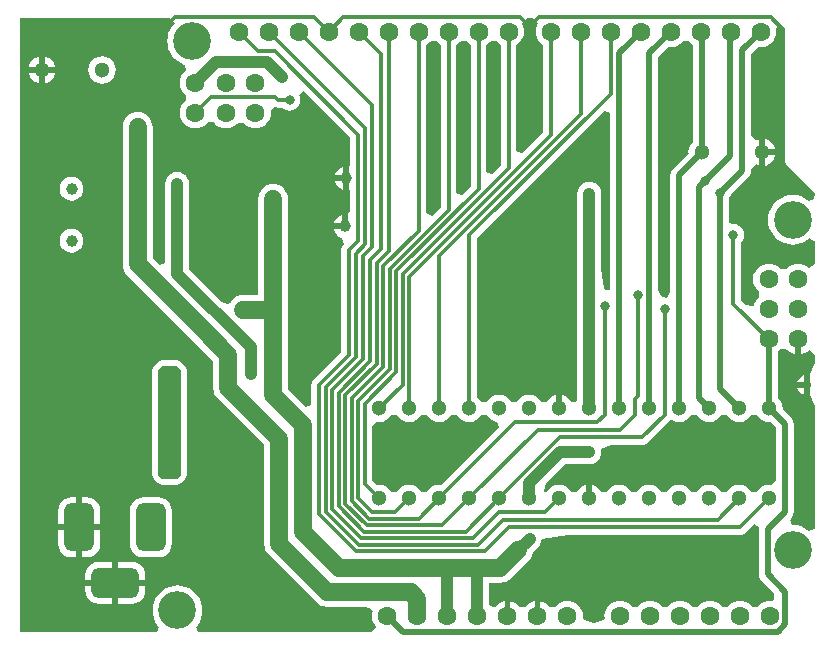
<source format=gbl>
%FSTAX43Y43*%
%MOMM*%
G71*
G01*
G75*
G04 Layer_Physical_Order=2*
G04 Layer_Color=255*
G04:AMPARAMS|DCode=10|XSize=0.9mm|YSize=0.8mm|CornerRadius=0.2mm|HoleSize=0mm|Usage=FLASHONLY|Rotation=90.000|XOffset=0mm|YOffset=0mm|HoleType=Round|Shape=RoundedRectangle|*
%AMROUNDEDRECTD10*
21,1,0.900,0.400,0,0,90.0*
21,1,0.500,0.800,0,0,90.0*
1,1,0.400,0.200,0.250*
1,1,0.400,0.200,-0.250*
1,1,0.400,-0.200,-0.250*
1,1,0.400,-0.200,0.250*
%
%ADD10ROUNDEDRECTD10*%
G04:AMPARAMS|DCode=11|XSize=4.3mm|YSize=1.9mm|CornerRadius=0.475mm|HoleSize=0mm|Usage=FLASHONLY|Rotation=270.000|XOffset=0mm|YOffset=0mm|HoleType=Round|Shape=RoundedRectangle|*
%AMROUNDEDRECTD11*
21,1,4.300,0.950,0,0,270.0*
21,1,3.350,1.900,0,0,270.0*
1,1,0.950,-0.475,-1.675*
1,1,0.950,-0.475,1.675*
1,1,0.950,0.475,1.675*
1,1,0.950,0.475,-1.675*
%
%ADD11ROUNDEDRECTD11*%
G04:AMPARAMS|DCode=12|XSize=1.5mm|YSize=1.25mm|CornerRadius=0.313mm|HoleSize=0mm|Usage=FLASHONLY|Rotation=0.000|XOffset=0mm|YOffset=0mm|HoleType=Round|Shape=RoundedRectangle|*
%AMROUNDEDRECTD12*
21,1,1.500,0.625,0,0,0.0*
21,1,0.875,1.250,0,0,0.0*
1,1,0.625,0.438,-0.313*
1,1,0.625,-0.438,-0.313*
1,1,0.625,-0.438,0.313*
1,1,0.625,0.438,0.313*
%
%ADD12ROUNDEDRECTD12*%
G04:AMPARAMS|DCode=13|XSize=0.9mm|YSize=0.8mm|CornerRadius=0.2mm|HoleSize=0mm|Usage=FLASHONLY|Rotation=180.000|XOffset=0mm|YOffset=0mm|HoleType=Round|Shape=RoundedRectangle|*
%AMROUNDEDRECTD13*
21,1,0.900,0.400,0,0,180.0*
21,1,0.500,0.800,0,0,180.0*
1,1,0.400,-0.250,0.200*
1,1,0.400,0.250,0.200*
1,1,0.400,0.250,-0.200*
1,1,0.400,-0.250,-0.200*
%
%ADD13ROUNDEDRECTD13*%
G04:AMPARAMS|DCode=14|XSize=1.5mm|YSize=1.25mm|CornerRadius=0.313mm|HoleSize=0mm|Usage=FLASHONLY|Rotation=90.000|XOffset=0mm|YOffset=0mm|HoleType=Round|Shape=RoundedRectangle|*
%AMROUNDEDRECTD14*
21,1,1.500,0.625,0,0,90.0*
21,1,0.875,1.250,0,0,90.0*
1,1,0.625,0.313,0.438*
1,1,0.625,0.313,-0.438*
1,1,0.625,-0.313,-0.438*
1,1,0.625,-0.313,0.438*
%
%ADD14ROUNDEDRECTD14*%
G04:AMPARAMS|DCode=15|XSize=2.65mm|YSize=1.75mm|CornerRadius=0.438mm|HoleSize=0mm|Usage=FLASHONLY|Rotation=90.000|XOffset=0mm|YOffset=0mm|HoleType=Round|Shape=RoundedRectangle|*
%AMROUNDEDRECTD15*
21,1,2.650,0.875,0,0,90.0*
21,1,1.775,1.750,0,0,90.0*
1,1,0.875,0.438,0.887*
1,1,0.875,0.438,-0.887*
1,1,0.875,-0.438,-0.887*
1,1,0.875,-0.438,0.887*
%
%ADD15ROUNDEDRECTD15*%
G04:AMPARAMS|DCode=16|XSize=3.28mm|YSize=1.5mm|CornerRadius=0.375mm|HoleSize=0mm|Usage=FLASHONLY|Rotation=270.000|XOffset=0mm|YOffset=0mm|HoleType=Round|Shape=RoundedRectangle|*
%AMROUNDEDRECTD16*
21,1,3.280,0.750,0,0,270.0*
21,1,2.530,1.500,0,0,270.0*
1,1,0.750,-0.375,-1.265*
1,1,0.750,-0.375,1.265*
1,1,0.750,0.375,1.265*
1,1,0.750,0.375,-1.265*
%
%ADD16ROUNDEDRECTD16*%
G04:AMPARAMS|DCode=17|XSize=1mm|YSize=1.5mm|CornerRadius=0.25mm|HoleSize=0mm|Usage=FLASHONLY|Rotation=270.000|XOffset=0mm|YOffset=0mm|HoleType=Round|Shape=RoundedRectangle|*
%AMROUNDEDRECTD17*
21,1,1.000,1.000,0,0,270.0*
21,1,0.500,1.500,0,0,270.0*
1,1,0.500,-0.500,-0.250*
1,1,0.500,-0.500,0.250*
1,1,0.500,0.500,0.250*
1,1,0.500,0.500,-0.250*
%
%ADD17ROUNDEDRECTD17*%
G04:AMPARAMS|DCode=18|XSize=1.3mm|YSize=1mm|CornerRadius=0.25mm|HoleSize=0mm|Usage=FLASHONLY|Rotation=270.000|XOffset=0mm|YOffset=0mm|HoleType=Round|Shape=RoundedRectangle|*
%AMROUNDEDRECTD18*
21,1,1.300,0.500,0,0,270.0*
21,1,0.800,1.000,0,0,270.0*
1,1,0.500,-0.250,-0.400*
1,1,0.500,-0.250,0.400*
1,1,0.500,0.250,0.400*
1,1,0.500,0.250,-0.400*
%
%ADD18ROUNDEDRECTD18*%
G04:AMPARAMS|DCode=19|XSize=1.5mm|YSize=1.3mm|CornerRadius=0.325mm|HoleSize=0mm|Usage=FLASHONLY|Rotation=90.000|XOffset=0mm|YOffset=0mm|HoleType=Round|Shape=RoundedRectangle|*
%AMROUNDEDRECTD19*
21,1,1.500,0.650,0,0,90.0*
21,1,0.850,1.300,0,0,90.0*
1,1,0.650,0.325,0.425*
1,1,0.650,0.325,-0.425*
1,1,0.650,-0.325,-0.425*
1,1,0.650,-0.325,0.425*
%
%ADD19ROUNDEDRECTD19*%
G04:AMPARAMS|DCode=20|XSize=0.8mm|YSize=1mm|CornerRadius=0.2mm|HoleSize=0mm|Usage=FLASHONLY|Rotation=180.000|XOffset=0mm|YOffset=0mm|HoleType=Round|Shape=RoundedRectangle|*
%AMROUNDEDRECTD20*
21,1,0.800,0.600,0,0,180.0*
21,1,0.400,1.000,0,0,180.0*
1,1,0.400,-0.200,0.300*
1,1,0.400,0.200,0.300*
1,1,0.400,0.200,-0.300*
1,1,0.400,-0.200,-0.300*
%
%ADD20ROUNDEDRECTD20*%
%ADD21O,0.400X2.100*%
G04:AMPARAMS|DCode=22|XSize=1.6mm|YSize=0.4mm|CornerRadius=0.1mm|HoleSize=0mm|Usage=FLASHONLY|Rotation=270.000|XOffset=0mm|YOffset=0mm|HoleType=Round|Shape=RoundedRectangle|*
%AMROUNDEDRECTD22*
21,1,1.600,0.200,0,0,270.0*
21,1,1.400,0.400,0,0,270.0*
1,1,0.200,-0.100,-0.700*
1,1,0.200,-0.100,0.700*
1,1,0.200,0.100,0.700*
1,1,0.200,0.100,-0.700*
%
%ADD22ROUNDEDRECTD22*%
G04:AMPARAMS|DCode=23|XSize=2.5mm|YSize=2mm|CornerRadius=0.5mm|HoleSize=0mm|Usage=FLASHONLY|Rotation=180.000|XOffset=0mm|YOffset=0mm|HoleType=Round|Shape=RoundedRectangle|*
%AMROUNDEDRECTD23*
21,1,2.500,1.000,0,0,180.0*
21,1,1.500,2.000,0,0,180.0*
1,1,1.000,-0.750,0.500*
1,1,1.000,0.750,0.500*
1,1,1.000,0.750,-0.500*
1,1,1.000,-0.750,-0.500*
%
%ADD23ROUNDEDRECTD23*%
%ADD24O,2.250X0.500*%
G04:AMPARAMS|DCode=25|XSize=1.5mm|YSize=1mm|CornerRadius=0.25mm|HoleSize=0mm|Usage=FLASHONLY|Rotation=90.000|XOffset=0mm|YOffset=0mm|HoleType=Round|Shape=RoundedRectangle|*
%AMROUNDEDRECTD25*
21,1,1.500,0.500,0,0,90.0*
21,1,1.000,1.000,0,0,90.0*
1,1,0.500,0.250,0.500*
1,1,0.500,0.250,-0.500*
1,1,0.500,-0.250,-0.500*
1,1,0.500,-0.250,0.500*
%
%ADD25ROUNDEDRECTD25*%
%ADD26C,0.300*%
%ADD27C,0.400*%
%ADD28C,0.500*%
%ADD29C,1.000*%
%ADD30C,1.500*%
%ADD31C,0.800*%
%ADD32C,0.700*%
%ADD33C,1.000*%
%ADD34C,1.300*%
%ADD35C,1.600*%
G04:AMPARAMS|DCode=36|XSize=2.54mm|YSize=4.064mm|CornerRadius=0.635mm|HoleSize=0mm|Usage=FLASHONLY|Rotation=0.000|XOffset=0mm|YOffset=0mm|HoleType=Round|Shape=RoundedRectangle|*
%AMROUNDEDRECTD36*
21,1,2.540,2.794,0,0,0.0*
21,1,1.270,4.064,0,0,0.0*
1,1,1.270,0.635,-1.397*
1,1,1.270,-0.635,-1.397*
1,1,1.270,-0.635,1.397*
1,1,1.270,0.635,1.397*
%
%ADD36ROUNDEDRECTD36*%
G04:AMPARAMS|DCode=37|XSize=4.064mm|YSize=2.54mm|CornerRadius=0.635mm|HoleSize=0mm|Usage=FLASHONLY|Rotation=0.000|XOffset=0mm|YOffset=0mm|HoleType=Round|Shape=RoundedRectangle|*
%AMROUNDEDRECTD37*
21,1,4.064,1.270,0,0,0.0*
21,1,2.794,2.540,0,0,0.0*
1,1,1.270,1.397,-0.635*
1,1,1.270,-1.397,-0.635*
1,1,1.270,-1.397,0.635*
1,1,1.270,1.397,0.635*
%
%ADD37ROUNDEDRECTD37*%
%ADD38C,0.700*%
%ADD39C,0.800*%
%ADD40C,3.200*%
G36*
X0074136Y0088676D02*
X0074334Y0088514D01*
X0074404Y0088476D01*
Y0074776D01*
X0073638Y0074009D01*
X0073176Y00742D01*
Y0088476D01*
X0073246Y0088514D01*
X0073444Y0088676D01*
X007354Y0088794D01*
X007404D01*
X0074136Y0088676D01*
D02*
G37*
G36*
X0088744Y0082718D02*
Y0067822D01*
X0088694Y0067704D01*
X0088315Y0067754D01*
X008818Y0067907D01*
X0087969Y0069516D01*
Y0075882D01*
X0087934Y0076144D01*
X0087833Y0076387D01*
X0087673Y0076596D01*
X0087464Y0076756D01*
X0087221Y0076857D01*
X008696Y0076891D01*
X0086699Y0076857D01*
X0086456Y0076756D01*
X0086247Y0076596D01*
X0086087Y0076387D01*
X0085986Y0076144D01*
X0085951Y0075882D01*
Y0058289D01*
X0085716Y0058243D01*
X008544D01*
X0085425Y005828D01*
X008524Y005852D01*
X0085Y0058705D01*
X008472Y005882D01*
X008467Y0058827D01*
Y00577D01*
X008417D01*
Y0058827D01*
X008412Y005882D01*
X008384Y0058705D01*
X00836Y005852D01*
X0083415Y005828D01*
X00834Y0058243D01*
X00829D01*
X0082885Y005828D01*
X00827Y005852D01*
X008246Y0058705D01*
X008218Y005882D01*
X008188Y005886D01*
X008158Y005882D01*
X00813Y0058705D01*
X008106Y005852D01*
X0080875Y005828D01*
X008086Y0058243D01*
X008036D01*
X0080345Y005828D01*
X008016Y005852D01*
X007992Y0058705D01*
X007964Y005882D01*
X007934Y005886D01*
X007904Y005882D01*
X007876Y0058705D01*
X007852Y005852D01*
X0078335Y005828D01*
X007832Y0058243D01*
X007782D01*
X0077805Y005828D01*
X007762Y005852D01*
X0077456Y0058646D01*
Y0072083D01*
X0088282Y0082909D01*
X0088744Y0082718D01*
D02*
G37*
G36*
X0079216Y0088676D02*
X0079414Y0088514D01*
X0079484Y0088476D01*
Y00783D01*
X0078718Y0077533D01*
X0078256Y0077725D01*
Y0088476D01*
X0078326Y0088514D01*
X0078524Y0088676D01*
X007862Y0088794D01*
X007912D01*
X0079216Y0088676D01*
D02*
G37*
G36*
X0076676D02*
X0076874Y0088514D01*
X0076944Y0088476D01*
Y0076538D01*
X0076178Y0075771D01*
X0075716Y0075962D01*
Y0088476D01*
X0075786Y0088514D01*
X0075984Y0088676D01*
X007608Y0088794D01*
X007658D01*
X0076676Y0088676D01*
D02*
G37*
G36*
X01049Y0062278D02*
X0104905Y0062279D01*
X010515Y0062353D01*
X0105376Y0062474D01*
X0105574Y0062636D01*
X0106044Y006225D01*
Y0061514D01*
X010566Y0060586D01*
Y005969D01*
Y0058794D01*
X0106044Y0057866D01*
Y0047513D01*
X0106021Y0047493D01*
X010559Y0047294D01*
X0105438Y0047424D01*
X0105156Y0047597D01*
X0104851Y0047723D01*
X010453Y0047801D01*
X01042Y0047826D01*
X0104167Y0047824D01*
X0103958Y0048278D01*
X010404Y004836D01*
X010404Y004836D01*
X010416Y0048517D01*
X0104236Y0048699D01*
X0104261Y0048895D01*
Y0056395D01*
X0104261Y0056395D01*
X0104236Y0056591D01*
X010416Y0056773D01*
X010404Y005693D01*
X010404Y005693D01*
X0103349Y005762D01*
X010336Y00577D01*
X010332Y0058D01*
X0103205Y005828D01*
X010302Y005852D01*
X0102956Y0058569D01*
Y006254D01*
X0103074Y0062636D01*
X010315Y0062729D01*
X010365D01*
X0103726Y0062636D01*
X0103924Y0062474D01*
X010415Y0062353D01*
X0104395Y0062279D01*
X01044Y0062278D01*
Y006356D01*
X01049D01*
Y0062278D01*
D02*
G37*
G36*
X0078335Y005712D02*
X007852Y005688D01*
X007876Y0056695D01*
X007904Y005658D01*
X007918Y0056561D01*
X0079341Y0056088D01*
X0074466Y0051213D01*
X007426Y005124D01*
X007396Y00512D01*
X007368Y0051085D01*
X007344Y00509D01*
X0073255Y005066D01*
X007324Y0050623D01*
X007274D01*
X0072725Y005066D01*
X007254Y00509D01*
X00723Y0051085D01*
X007202Y00512D01*
X007172Y005124D01*
X007142Y00512D01*
X007114Y0051085D01*
X00709Y00509D01*
X0070715Y005066D01*
X00707Y0050623D01*
X00702D01*
X0070185Y005066D01*
X007Y00509D01*
X006976Y0051085D01*
X006948Y00512D01*
X006918Y005124D01*
X0068974Y0051213D01*
X0068601Y0051587D01*
Y0056237D01*
X0068977Y0056567D01*
X006918Y005654D01*
X006948Y005658D01*
X006976Y0056695D01*
X007Y005688D01*
X0070185Y005712D01*
X00702Y0057157D01*
X00707D01*
X0070715Y005712D01*
X00709Y005688D01*
X007114Y0056695D01*
X007142Y005658D01*
X007172Y005654D01*
X007202Y005658D01*
X00723Y0056695D01*
X007254Y005688D01*
X0072725Y005712D01*
X007274Y0057157D01*
X007324D01*
X0073255Y005712D01*
X007344Y005688D01*
X007368Y0056695D01*
X007396Y005658D01*
X007426Y005654D01*
X007456Y005658D01*
X007484Y0056695D01*
X007508Y005688D01*
X0075265Y005712D01*
X007528Y0057157D01*
X007578D01*
X0075795Y005712D01*
X007598Y005688D01*
X007622Y0056695D01*
X00765Y005658D01*
X00768Y005654D01*
X00771Y005658D01*
X007738Y0056695D01*
X007762Y005688D01*
X0077805Y005712D01*
X007782Y0057157D01*
X007832D01*
X0078335Y005712D01*
D02*
G37*
G36*
X0101364Y0047648D02*
X0101344Y004749D01*
Y0043632D01*
X0101344Y0043632D01*
X0101344D01*
X0101369Y0043437D01*
X0101445Y0043254D01*
X0101565Y0043098D01*
X0102613Y004205D01*
X0102601Y004155D01*
X0102423Y0041389D01*
X010225Y0041406D01*
X0101995Y0041381D01*
X010175Y0041307D01*
X0101524Y0041186D01*
X0101326Y0041024D01*
X010123Y0040906D01*
X010073D01*
X0100634Y0041024D01*
X0100436Y0041186D01*
X010021Y0041307D01*
X0099965Y0041381D01*
X009971Y0041406D01*
X0099455Y0041381D01*
X009921Y0041307D01*
X0098984Y0041186D01*
X0098786Y0041024D01*
X009869Y0040906D01*
X009819D01*
X0098094Y0041024D01*
X0097896Y0041186D01*
X009767Y0041307D01*
X0097425Y0041381D01*
X009717Y0041406D01*
X0096915Y0041381D01*
X009667Y0041307D01*
X0096444Y0041186D01*
X0096246Y0041024D01*
X009615Y0040906D01*
X009565D01*
X0095554Y0041024D01*
X0095356Y0041186D01*
X009513Y0041307D01*
X0094885Y0041381D01*
X009463Y0041406D01*
X0094375Y0041381D01*
X009413Y0041307D01*
X0093904Y0041186D01*
X0093706Y0041024D01*
X009361Y0040906D01*
X009311D01*
X0093014Y0041024D01*
X0092816Y0041186D01*
X009259Y0041307D01*
X0092345Y0041381D01*
X009209Y0041406D01*
X0091835Y0041381D01*
X009159Y0041307D01*
X0091364Y0041186D01*
X0091166Y0041024D01*
X009107Y0040906D01*
X009057D01*
X0090474Y0041024D01*
X0090276Y0041186D01*
X009005Y0041307D01*
X0089805Y0041381D01*
X008955Y0041406D01*
X0089295Y0041381D01*
X008905Y0041307D01*
X0088824Y0041186D01*
X0088626Y0041024D01*
X0088464Y0040826D01*
X0088343Y00406D01*
X0088269Y0040355D01*
X0088244Y00401D01*
X0088261Y0039927D01*
X0088155Y0039811D01*
X0087335Y0039562D01*
X0086515Y0039811D01*
X0086409Y0039927D01*
X0086426Y00401D01*
X0086401Y0040355D01*
X0086327Y00406D01*
X0086206Y0040826D01*
X0086044Y0041024D01*
X0085846Y0041186D01*
X008562Y0041307D01*
X0085375Y0041381D01*
X008512Y0041406D01*
X0084865Y0041381D01*
X008462Y0041307D01*
X0084394Y0041186D01*
X0084196Y0041024D01*
X00841Y0040906D01*
X00836D01*
X0083504Y0041024D01*
X0083306Y0041186D01*
X008308Y0041307D01*
X0082835Y0041381D01*
X008283Y0041382D01*
Y00401D01*
X008233D01*
Y0041382D01*
X0082325Y0041381D01*
X008208Y0041307D01*
X0081854Y0041186D01*
X0081656Y0041024D01*
X008156Y0040906D01*
X008106D01*
X0080964Y0041024D01*
X0080766Y0041186D01*
X008054Y0041307D01*
X0080295Y0041381D01*
X008029Y0041382D01*
Y00401D01*
X007979D01*
Y0041382D01*
X0079785Y0041381D01*
X007954Y0041307D01*
X0079314Y0041186D01*
X0079116Y0041024D01*
X007902Y0040906D01*
X0078841D01*
X0078726Y0040947D01*
X0078509Y0041064D01*
Y004294D01*
X0079438D01*
X0079438Y004294D01*
X0079684Y0042964D01*
X0079919Y0043036D01*
X0080136Y0043152D01*
X0080327Y0043308D01*
X0081851Y0044832D01*
X0082007Y0045022D01*
X0082123Y0045239D01*
X0082194Y0045475D01*
X00822Y0045531D01*
X0082628Y0045959D01*
X0082788Y0046168D01*
X0082889Y0046411D01*
X0082924Y0046673D01*
X0085179Y0046969D01*
X0099745D01*
X0099915Y0046992D01*
X009998Y0047019D01*
X0100073Y0047057D01*
X0100209Y0047161D01*
X0100916Y0047869D01*
X0101364Y0047648D01*
D02*
G37*
G36*
X005185Y009029D02*
X0051636Y0090038D01*
X0051463Y0089756D01*
X0051337Y0089451D01*
X0051259Y008913D01*
X0051234Y00888D01*
X0051259Y008847D01*
X0051337Y0088149D01*
X0051463Y0087844D01*
X0051636Y0087562D01*
X005185Y008731D01*
X0052102Y0087096D01*
X0052384Y0086923D01*
X0052689Y0086797D01*
X0052702Y0086794D01*
X0052814Y0086306D01*
X0052676Y0086194D01*
X0052514Y0085996D01*
X0052393Y008577D01*
X0052319Y0085525D01*
X0052294Y008527D01*
X0052319Y0085015D01*
X0052393Y008477D01*
X0052514Y0084544D01*
X0052676Y0084346D01*
X0052794Y008425D01*
Y008375D01*
X0052676Y0083654D01*
X0052514Y0083456D01*
X0052393Y008323D01*
X0052319Y0082985D01*
X0052294Y008273D01*
X0052319Y0082475D01*
X0052393Y008223D01*
X0052514Y0082004D01*
X0052676Y0081806D01*
X0052874Y0081644D01*
X00531Y0081523D01*
X0053345Y0081449D01*
X00536Y0081424D01*
X0053855Y0081449D01*
X00541Y0081523D01*
X0054326Y0081644D01*
X0054524Y0081806D01*
X005465Y008196D01*
X005515D01*
X0055276Y0081806D01*
X0055474Y0081644D01*
X00557Y0081523D01*
X0055945Y0081449D01*
X00562Y0081424D01*
X0056455Y0081449D01*
X00567Y0081523D01*
X0056926Y0081644D01*
X0057124Y0081806D01*
X00572Y0081899D01*
X00577D01*
X0057776Y0081806D01*
X0057974Y0081644D01*
X00582Y0081523D01*
X0058445Y0081449D01*
X00587Y0081424D01*
X0058955Y0081449D01*
X00592Y0081523D01*
X0059426Y0081644D01*
X0059624Y0081806D01*
X0059786Y0082004D01*
X0059907Y008223D01*
X0059981Y0082475D01*
X0060006Y008273D01*
X0059987Y0082924D01*
X0060389Y0083222D01*
X0060426Y0083206D01*
X0060473Y0083187D01*
X0060643Y0083164D01*
X0060971D01*
X0061141Y0083034D01*
X006136Y0082943D01*
X0061595Y0082912D01*
X006183Y0082943D01*
X0062049Y0083034D01*
X0062237Y0083178D01*
X0062381Y0083366D01*
X0062472Y0083585D01*
X0062503Y008382D01*
X0062472Y0084055D01*
X0062383Y0084268D01*
X0062799Y0084546D01*
X0066744Y0080601D01*
Y007823D01*
X006665Y0078224D01*
Y00772D01*
Y0076176D01*
X0066744Y007617D01*
Y0074429D01*
X006655Y0074259D01*
Y00731D01*
X00663D01*
Y007285D01*
X0065324D01*
X0065326Y0072839D01*
X0065426Y0072596D01*
X0065587Y0072387D01*
X0065796Y0072227D01*
X0066039Y0072126D01*
X0066061Y0072123D01*
X0066222Y0071649D01*
X0066136Y0071564D01*
X0066032Y0071428D01*
X0065999Y0071349D01*
X0065967Y007127D01*
X0065944Y00711D01*
Y0062474D01*
X0063631Y0060161D01*
X0063527Y0060025D01*
X0063489Y0059932D01*
X0063462Y0059867D01*
X0063439Y0059697D01*
Y0057998D01*
X0062977Y0057807D01*
X0061454Y005933D01*
Y006604D01*
X0061454Y006604D01*
X0061454Y006604D01*
Y006604D01*
Y0075438D01*
X006143Y0075683D01*
X0061358Y0075919D01*
X0061242Y0076136D01*
X0061086Y0076326D01*
X0060896Y0076482D01*
X0060679Y0076598D01*
X0060443Y007667D01*
X0060198Y0076694D01*
X0059953Y007667D01*
X0059717Y0076598D01*
X00595Y0076482D01*
X005931Y0076326D01*
X0059154Y0076136D01*
X0059038Y0075919D01*
X0058966Y0075683D01*
X0058942Y0075438D01*
Y0067296D01*
X0057658D01*
X0057413Y0067272D01*
X0057177Y00672D01*
X005696Y0067084D01*
X005677Y0066928D01*
X0056614Y0066738D01*
X0056544Y0066608D01*
X0056319Y0066575D01*
X0055875Y006671D01*
X0053079Y0069506D01*
Y0076708D01*
X0053044Y0076969D01*
X0052944Y0077212D01*
X0052783Y0077421D01*
X0052574Y0077581D01*
X0052331Y0077682D01*
X005207Y0077717D01*
X0051809Y0077682D01*
X0051566Y0077581D01*
X0051357Y0077421D01*
X0051196Y0077212D01*
X0051096Y0076969D01*
X0051061Y0076708D01*
Y0069986D01*
X0050599Y0069795D01*
X0049986Y0070408D01*
Y0081534D01*
X0049962Y0081779D01*
X004989Y0082015D01*
X0049774Y0082232D01*
X0049618Y0082422D01*
X0049428Y0082578D01*
X0049211Y0082694D01*
X0048975Y0082766D01*
X004873Y008279D01*
X0048485Y0082766D01*
X0048249Y0082694D01*
X0048032Y0082578D01*
X0047842Y0082422D01*
X0047686Y0082232D01*
X004757Y0082015D01*
X0047498Y0081779D01*
X0047474Y0081534D01*
Y0070142D01*
X0047474Y0070142D01*
X0047474D01*
Y0069888D01*
X0047474Y0069888D01*
X0047498Y0069643D01*
X004757Y0069407D01*
X004757Y0069407D01*
X004757Y0069407D01*
X0047686Y006919D01*
X0047842Y0069D01*
X0047842Y0069D01*
X0047842Y0069D01*
X0053355Y0063487D01*
X0055132Y006171D01*
Y0059436D01*
X0055132Y0059436D01*
X0055156Y0059191D01*
X0055228Y0058955D01*
X0055228Y0058955D01*
X0055228Y0058955D01*
X0055344Y0058738D01*
X00555Y0058548D01*
X00555Y0058548D01*
X00555Y0058548D01*
X005945Y0054598D01*
Y0046228D01*
X005945Y0046228D01*
X0059474Y0045983D01*
X0059546Y0045747D01*
X0059546Y0045747D01*
X0059546Y0045747D01*
X0059662Y004553D01*
X0059818Y004534D01*
X0059818Y004534D01*
X0059818Y004534D01*
Y004534D01*
X0059818Y004534D01*
Y004534D01*
D01*
X0063882Y0041276D01*
X0063882Y0041276D01*
X0064072Y004112D01*
D01*
D01*
Y004112D01*
X0064072Y004112D01*
D01*
D01*
X0064072D01*
X0064072Y004112D01*
D01*
X0064072D01*
Y004112D01*
X0064289Y0041004D01*
X0064525Y0040932D01*
X006477Y0040908D01*
X006477Y0040908D01*
X0068097D01*
X0068511Y0040686D01*
X0068645Y0040506D01*
X0068599Y0040355D01*
X0068574Y00401D01*
X0068599Y0039845D01*
X0068673Y00396D01*
X0068794Y0039374D01*
X0068931Y0039208D01*
X0068861Y003906D01*
X0068611Y0038756D01*
X0053893D01*
X0053873Y0038779D01*
X0053674Y003921D01*
X0053804Y0039362D01*
X0053977Y0039644D01*
X0054103Y0039949D01*
X0054181Y004027D01*
X0054206Y00406D01*
X0054181Y004093D01*
X0054103Y0041251D01*
X0053977Y0041556D01*
X0053804Y0041838D01*
X005359Y004209D01*
X0053338Y0042304D01*
X0053056Y0042477D01*
X0052751Y0042603D01*
X005243Y0042681D01*
X00521Y0042706D01*
X005177Y0042681D01*
X0051449Y0042603D01*
X0051144Y0042477D01*
X0050862Y0042304D01*
X005061Y004209D01*
X0050396Y0041838D01*
X0050223Y0041556D01*
X0050097Y0041251D01*
X0050019Y004093D01*
X0049994Y00406D01*
X0050019Y004027D01*
X0050097Y0039949D01*
X0050223Y0039644D01*
X0050396Y0039362D01*
X0050526Y003921D01*
X0050327Y0038779D01*
X0050307Y0038756D01*
X0038756D01*
Y0090744D01*
X0051462D01*
X005185Y009029D01*
D02*
G37*
G36*
X0101195Y005712D02*
X010138Y005688D01*
X010162Y0056695D01*
X01019Y005658D01*
X01022Y005654D01*
X010228Y0056551D01*
X0102749Y0056082D01*
Y0051547D01*
X0102373Y0051217D01*
X01022Y005124D01*
X01019Y00512D01*
X010162Y0051085D01*
X010138Y00509D01*
X0101195Y005066D01*
X010118Y0050623D01*
X010068D01*
X0100665Y005066D01*
X010048Y00509D01*
X010024Y0051085D01*
X009996Y00512D01*
X009966Y005124D01*
X009936Y00512D01*
X009908Y0051085D01*
X009884Y00509D01*
X0098655Y005066D01*
X009864Y0050623D01*
X009814D01*
X0098125Y005066D01*
X009794Y00509D01*
X00977Y0051085D01*
X009742Y00512D01*
X009712Y005124D01*
X009682Y00512D01*
X009654Y0051085D01*
X00963Y00509D01*
X0096115Y005066D01*
X00961Y0050623D01*
X00956D01*
X0095585Y005066D01*
X00954Y00509D01*
X009516Y0051085D01*
X009488Y00512D01*
X009458Y005124D01*
X009428Y00512D01*
X0094Y0051085D01*
X009376Y00509D01*
X0093575Y005066D01*
X009356Y0050623D01*
X009306D01*
X0093045Y005066D01*
X009286Y00509D01*
X009262Y0051085D01*
X009234Y00512D01*
X009204Y005124D01*
X009174Y00512D01*
X009146Y0051085D01*
X009122Y00509D01*
X0091035Y005066D01*
X009102Y0050623D01*
X009052D01*
X0090505Y005066D01*
X009032Y00509D01*
X009008Y0051085D01*
X00898Y00512D01*
X00895Y005124D01*
X00892Y00512D01*
X008892Y0051085D01*
X008868Y00509D01*
X0088495Y005066D01*
X008848Y0050623D01*
X008798D01*
X0087965Y005066D01*
X008778Y00509D01*
X008754Y0051085D01*
X008726Y00512D01*
X008721Y0051207D01*
Y005008D01*
X008671D01*
Y0051207D01*
X008666Y00512D01*
X008638Y0051085D01*
X008614Y00509D01*
X0085955Y005066D01*
X008594Y0050623D01*
X008544D01*
X0085425Y005066D01*
X008524Y00509D01*
X0085Y0051085D01*
X008472Y00512D01*
X008442Y005124D01*
X008412Y00512D01*
X008384Y0051085D01*
X00836Y00509D01*
X0083415Y005066D01*
X00834Y0050623D01*
X0083182D01*
X0083143Y0050717D01*
X0083272Y0051366D01*
X0084873Y0052966D01*
X008696D01*
X0087221Y0053001D01*
X0087464Y0053102D01*
X0087673Y0053262D01*
X0087833Y0053471D01*
X0087934Y0053714D01*
X0087969Y0053975D01*
X0087937Y0054213D01*
X008797Y0054251D01*
X0088787Y0054589D01*
X009144D01*
X009161Y0054612D01*
X0091689Y0054644D01*
X0091768Y0054677D01*
X0091904Y0054781D01*
X0093809Y0056686D01*
X0093884Y0056785D01*
X0094Y0056695D01*
X009428Y005658D01*
X009458Y005654D01*
X009488Y005658D01*
X009516Y0056695D01*
X00954Y005688D01*
X0095585Y005712D01*
X00956Y0057157D01*
X00961D01*
X0096115Y005712D01*
X00963Y005688D01*
X009654Y0056695D01*
X009682Y005658D01*
X009712Y005654D01*
X009742Y005658D01*
X00977Y0056695D01*
X009794Y005688D01*
X0098125Y005712D01*
X009814Y0057157D01*
X009864D01*
X0098655Y005712D01*
X009884Y005688D01*
X009908Y0056695D01*
X009936Y005658D01*
X009966Y005654D01*
X009996Y005658D01*
X010024Y0056695D01*
X010048Y005688D01*
X0100665Y005712D01*
X010068Y0057157D01*
X010118D01*
X0101195Y005712D01*
D02*
G37*
G36*
X0095496Y0088676D02*
X0095694Y0088514D01*
X0095764Y0088477D01*
Y0080244D01*
X00957Y0080195D01*
X0095515Y0079955D01*
X00954Y0079675D01*
X009536Y0079375D01*
X0095371Y0079295D01*
X0094045Y007797D01*
X0093925Y0077813D01*
X0093849Y0077631D01*
X0093824Y0077435D01*
Y0067565D01*
X0093667Y0067186D01*
X0093517Y0067055D01*
X009303Y0067169D01*
X0092796Y0067734D01*
Y0087447D01*
X0093665Y0088315D01*
X009388Y0088294D01*
X0094135Y0088319D01*
X009438Y0088393D01*
X0094606Y0088514D01*
X0094804Y0088676D01*
X00949Y0088794D01*
X00954D01*
X0095496Y0088676D01*
D02*
G37*
G36*
X0103544Y0089838D02*
Y007868D01*
X0103567Y007851D01*
X0103599Y0078431D01*
X0103632Y0078352D01*
X0103736Y0078216D01*
X0106044Y0075908D01*
X0106044Y0075908D01*
X0106021Y0075433D01*
X010559Y0075234D01*
X0105438Y0075364D01*
X0105156Y0075537D01*
X0104851Y0075663D01*
X010453Y0075741D01*
X01042Y0075766D01*
X010387Y0075741D01*
X0103549Y0075663D01*
X0103244Y0075537D01*
X0102962Y0075364D01*
X010271Y007515D01*
X0102496Y0074898D01*
X0102323Y0074616D01*
X0102197Y0074311D01*
X0102119Y007399D01*
X0102094Y007366D01*
X0102119Y007333D01*
X0102197Y0073009D01*
X0102323Y0072704D01*
X0102496Y0072422D01*
X010271Y007217D01*
X0102962Y0071956D01*
X0103244Y0071783D01*
X0103549Y0071657D01*
X010387Y0071579D01*
X01042Y0071554D01*
X010453Y0071579D01*
X0104851Y0071657D01*
X0105156Y0071783D01*
X0105438Y0071956D01*
X010559Y0072086D01*
X0106021Y0071887D01*
X0106044Y0071867D01*
Y006995D01*
X0105574Y0069564D01*
X0105376Y0069726D01*
X010515Y0069847D01*
X0104905Y0069921D01*
X010465Y0069946D01*
X0104395Y0069921D01*
X010415Y0069847D01*
X0103924Y0069726D01*
X0103726Y0069564D01*
X010365Y0069471D01*
X010315D01*
X0103074Y0069564D01*
X0102876Y0069726D01*
X010265Y0069847D01*
X0102405Y0069921D01*
X010215Y0069946D01*
X0101895Y0069921D01*
X010165Y0069847D01*
X0101424Y0069726D01*
X0101226Y0069564D01*
X0101064Y0069366D01*
X0100943Y006914D01*
X0100869Y0068895D01*
X0100844Y006864D01*
X0100869Y0068385D01*
X0100943Y006814D01*
X0101064Y0067914D01*
X0101226Y0067716D01*
X0101344Y006762D01*
Y006712D01*
X0101226Y0067024D01*
X0101064Y0066826D01*
X0100943Y00666D01*
X0100873Y006637D01*
X0100828Y0066359D01*
X0100218Y0066419D01*
X0099825Y0066812D01*
Y0071766D01*
X0099956Y0071936D01*
X0100046Y0072155D01*
X0100077Y007239D01*
X0100046Y0072625D01*
X0099956Y0072844D01*
X0099811Y0073032D01*
X0099623Y0073176D01*
X0099404Y0073267D01*
X009917Y0073298D01*
D01*
D01*
D01*
X009917Y0073298D01*
X009917Y0073298D01*
X00988Y0073356D01*
Y0075453D01*
X009883Y0075492D01*
X0098921Y0075711D01*
X0098927Y0075759D01*
X0100435Y0077267D01*
X0100435Y0077267D01*
X0100555Y0077424D01*
X0100631Y0077606D01*
X0100631Y0077606D01*
X0100631Y0077606D01*
X0100656Y0077802D01*
X0100656Y0077802D01*
Y0077897D01*
X0100931Y0078255D01*
X0101072Y0078349D01*
X01013Y0078255D01*
X010135Y0078248D01*
Y0079375D01*
Y0080502D01*
X01013Y0080495D01*
X0101072Y0080401D01*
X0100931Y0080495D01*
X0100656Y0080853D01*
Y0087687D01*
X0101285Y0088315D01*
X01015Y0088294D01*
X0101755Y0088319D01*
X0102Y0088393D01*
X0102226Y0088514D01*
X0102424Y0088676D01*
X0102586Y0088874D01*
X0102707Y00891D01*
X0102781Y0089345D01*
X0102806Y00896D01*
X0102781Y0089855D01*
X0102755Y0089942D01*
X0103184Y0090199D01*
X0103544Y0089838D01*
D02*
G37*
G36*
X0082611Y0090344D02*
X0082628Y0090316D01*
X0082513Y00901D01*
X0082439Y0089855D01*
X0082414Y00896D01*
X0082439Y0089345D01*
X0082513Y00891D01*
X0082634Y0088874D01*
X0082796Y0088676D01*
X0082994Y0088514D01*
X0083064Y0088476D01*
Y0081102D01*
X0081258Y0079295D01*
X0080796Y0079487D01*
Y0088476D01*
X0080866Y0088514D01*
X0081064Y0088676D01*
X0081226Y0088874D01*
X0081347Y00891D01*
X0081421Y0089345D01*
X0081446Y00896D01*
X0081421Y0089855D01*
X0081347Y00901D01*
X0081232Y0090316D01*
X0081249Y0090344D01*
X0081736Y0090744D01*
X0082124D01*
X0082611Y0090344D01*
D02*
G37*
%LPC*%
G36*
X0043548Y0050167D02*
X0043162D01*
X0042866Y0050128D01*
X004259Y0050013D01*
X0042353Y0049831D01*
X0042171Y0049594D01*
X0042057Y0049318D01*
X0042018Y0049022D01*
Y0047875D01*
X0043548D01*
Y0050167D01*
D02*
G37*
G36*
X0050482D02*
X0049213D01*
X0048916Y0050128D01*
X004864Y0050013D01*
X0048403Y0049831D01*
X0048221Y0049594D01*
X0048107Y0049318D01*
X0048068Y0049022D01*
Y0046228D01*
X0048107Y0045932D01*
X0048221Y0045656D01*
X0048403Y0045419D01*
X004864Y0045237D01*
X0048916Y0045122D01*
X0049213Y0045083D01*
X0050482D01*
X0050779Y0045122D01*
X0051055Y0045237D01*
X0051292Y0045419D01*
X0051474Y0045656D01*
X0051588Y0045932D01*
X0051627Y0046228D01*
Y0049022D01*
X0051588Y0049318D01*
X0051474Y0049594D01*
X0051292Y0049831D01*
X0051055Y0050013D01*
X0050779Y0050128D01*
X0050482Y0050167D01*
D02*
G37*
G36*
X0044432D02*
X0044048D01*
Y0047875D01*
X0045577D01*
Y0049022D01*
X0045538Y0049318D01*
X0045424Y0049594D01*
X0045242Y0049831D01*
X0045005Y0050013D01*
X0044729Y0050128D01*
X0044432Y0050167D01*
D02*
G37*
G36*
X004089Y0087487D02*
Y008661D01*
X0041767D01*
X004176Y008666D01*
X0041645Y008694D01*
X004146Y008718D01*
X004122Y0087365D01*
X004094Y008748D01*
X004089Y0087487D01*
D02*
G37*
G36*
X005207Y0061787D02*
X00508D01*
X0050605Y0061748D01*
X005044Y0061638D01*
X0050122Y006132D01*
X0050012Y0061155D01*
X0049973Y006096D01*
Y005207D01*
X0050012Y0051875D01*
X0050122Y005171D01*
X005044Y0051392D01*
X0050605Y0051282D01*
X00508Y0051243D01*
X005207D01*
X0052265Y0051282D01*
X005243Y0051392D01*
X0052748Y005171D01*
X0052858Y0051875D01*
X0052897Y005207D01*
Y006096D01*
X0052858Y0061155D01*
X0052748Y006132D01*
X005243Y0061638D01*
X0052265Y0061748D01*
X005207Y0061787D01*
D02*
G37*
G36*
X0046597Y0044705D02*
X0045451D01*
X0045154Y0044666D01*
X0044878Y0044551D01*
X0044641Y0044369D01*
X0044459Y0044132D01*
X0044345Y0043856D01*
X0044306Y004356D01*
Y0043175D01*
X0046597D01*
Y0044705D01*
D02*
G37*
G36*
X0049389Y0042675D02*
X0047097D01*
Y0041145D01*
X0048244D01*
X0048541Y0041184D01*
X0048817Y0041299D01*
X0049054Y0041481D01*
X0049236Y0041718D01*
X004935Y0041994D01*
X0049389Y004229D01*
Y0042675D01*
D02*
G37*
G36*
X0046597D02*
X0044306D01*
Y004229D01*
X0044345Y0041994D01*
X0044459Y0041718D01*
X0044641Y0041481D01*
X0044878Y0041299D01*
X0045154Y0041184D01*
X0045451Y0041145D01*
X0046597D01*
Y0042675D01*
D02*
G37*
G36*
X0045577Y0047375D02*
X0044048D01*
Y0045083D01*
X0044432D01*
X0044729Y0045122D01*
X0045005Y0045237D01*
X0045242Y0045419D01*
X0045424Y0045656D01*
X0045538Y0045932D01*
X0045577Y0046228D01*
Y0047375D01*
D02*
G37*
G36*
X0043548D02*
X0042018D01*
Y0046228D01*
X0042057Y0045932D01*
X0042171Y0045656D01*
X0042353Y0045419D01*
X004259Y0045237D01*
X0042866Y0045122D01*
X0043162Y0045083D01*
X0043548D01*
Y0047375D01*
D02*
G37*
G36*
X0048244Y0044705D02*
X0047097D01*
Y0043175D01*
X0049389D01*
Y004356D01*
X004935Y0043856D01*
X0049236Y0044132D01*
X0049054Y0044369D01*
X0048817Y0044551D01*
X0048541Y0044666D01*
X0048244Y0044705D01*
D02*
G37*
G36*
X004313Y0077309D02*
X0042869Y0077274D01*
X0042626Y0077174D01*
X0042417Y0077013D01*
X0042257Y0076804D01*
X0042156Y0076561D01*
X0042121Y00763D01*
X0042156Y0076039D01*
X0042257Y0075796D01*
X0042417Y0075587D01*
X0042626Y0075426D01*
X0042869Y0075326D01*
X004313Y0075291D01*
X0043391Y0075326D01*
X0043634Y0075426D01*
X0043843Y0075587D01*
X0044004Y0075796D01*
X0044104Y0076039D01*
X0044139Y00763D01*
X0044104Y0076561D01*
X0044004Y0076804D01*
X0043843Y0077013D01*
X0043634Y0077174D01*
X0043391Y0077274D01*
X004313Y0077309D01*
D02*
G37*
G36*
X004572Y008752D02*
X004542Y008748D01*
X004514Y0087365D01*
X00449Y008718D01*
X0044715Y008694D01*
X00446Y008666D01*
X004456Y008636D01*
X00446Y008606D01*
X0044715Y008578D01*
X00449Y008554D01*
X004514Y0085355D01*
X004542Y008524D01*
X004572Y00852D01*
X004602Y008524D01*
X00463Y0085355D01*
X004654Y008554D01*
X0046725Y008578D01*
X004684Y008606D01*
X004688Y008636D01*
X004684Y008666D01*
X0046725Y008694D01*
X004654Y008718D01*
X00463Y0087365D01*
X004602Y008748D01*
X004572Y008752D01*
D02*
G37*
G36*
X006605Y0074076D02*
X0066039Y0074074D01*
X0065796Y0073974D01*
X0065587Y0073813D01*
X0065426Y0073604D01*
X0065326Y0073361D01*
X0065324Y007335D01*
X006605D01*
Y0074076D01*
D02*
G37*
G36*
X010185Y0080502D02*
Y0079625D01*
X0102727D01*
X010272Y0079675D01*
X0102605Y0079955D01*
X010242Y0080195D01*
X010218Y008038D01*
X01019Y0080495D01*
X010185Y0080502D01*
D02*
G37*
G36*
X0102727Y0079125D02*
X010185D01*
Y0078248D01*
X01019Y0078255D01*
X010218Y007837D01*
X010242Y0078555D01*
X0102605Y0078795D01*
X010272Y0079075D01*
X0102727Y0079125D01*
D02*
G37*
G36*
X006615Y0078176D02*
X0066139Y0078174D01*
X0065896Y0078074D01*
X0065687Y0077913D01*
X0065526Y0077704D01*
X0065426Y0077461D01*
X0065424Y007745D01*
X006615D01*
Y0078176D01*
D02*
G37*
G36*
Y007695D02*
X0065424D01*
X0065426Y0076939D01*
X0065526Y0076696D01*
X0065687Y0076487D01*
X0065896Y0076326D01*
X0066139Y0076226D01*
X006615Y0076224D01*
Y007695D01*
D02*
G37*
G36*
X010516Y0060506D02*
X0104981Y0060432D01*
X0104804Y0060296D01*
X0104668Y0060119D01*
X0104594Y005994D01*
X010516D01*
Y0060506D01*
D02*
G37*
G36*
Y005944D02*
X0104594D01*
X0104668Y0059261D01*
X0104804Y0059084D01*
X0104981Y0058948D01*
X010516Y0058874D01*
Y005944D01*
D02*
G37*
G36*
X004039Y0087487D02*
X004034Y008748D01*
X004006Y0087365D01*
X003982Y008718D01*
X0039635Y008694D01*
X003952Y008666D01*
X0039513Y008661D01*
X004039D01*
Y0087487D01*
D02*
G37*
G36*
Y008611D02*
X0039513D01*
X003952Y008606D01*
X0039635Y008578D01*
X003982Y008554D01*
X004006Y0085355D01*
X004034Y008524D01*
X004039Y0085233D01*
Y008611D01*
D02*
G37*
G36*
X004313Y0072909D02*
X0042869Y0072874D01*
X0042626Y0072773D01*
X0042417Y0072613D01*
X0042257Y0072404D01*
X0042156Y0072161D01*
X0042121Y00719D01*
X0042156Y0071639D01*
X0042257Y0071396D01*
X0042417Y0071187D01*
X0042626Y0071026D01*
X0042869Y0070926D01*
X004313Y0070891D01*
X0043391Y0070926D01*
X0043634Y0071026D01*
X0043843Y0071187D01*
X0044004Y0071396D01*
X0044104Y0071639D01*
X0044139Y00719D01*
X0044104Y0072161D01*
X0044004Y0072404D01*
X0043843Y0072613D01*
X0043634Y0072773D01*
X0043391Y0072874D01*
X004313Y0072909D01*
D02*
G37*
G36*
X0041767Y008611D02*
X004089D01*
Y0085233D01*
X004094Y008524D01*
X004122Y0085355D01*
X004146Y008554D01*
X0041645Y008578D01*
X004176Y008606D01*
X0041767Y008611D01*
D02*
G37*
%LPD*%
G36*
X0052388Y006096D02*
Y005207D01*
X005207Y0051752D01*
X00508D01*
X0050482Y005207D01*
Y006096D01*
X00508Y0061278D01*
X005207D01*
X0052388Y006096D01*
D02*
G37*
D26*
X0102312Y00908D02*
X0103124Y0089988D01*
X0082672Y00908D02*
X0102312D01*
X0082296Y0090424D02*
X0082672Y00908D01*
X0081108Y009085D02*
X0081788Y009017D01*
X006615Y009085D02*
X0081108D01*
X00649Y00896D02*
X006615Y009085D01*
X005149Y0090424D02*
X0051866Y00908D01*
X00637D01*
X00649Y00896D01*
X00674Y00719D02*
Y0080872D01*
X00666Y00711D02*
X00674Y00719D01*
X00666Y0062202D02*
Y00711D01*
X005982Y00896D02*
X0068Y008142D01*
Y00716D02*
Y008142D01*
X00672Y00708D02*
X0068Y00716D01*
X00672Y0062024D02*
Y00708D01*
X006236Y00896D02*
X00686Y008336D01*
Y00714D02*
Y008336D01*
X00678Y00706D02*
X00686Y00714D01*
X00678Y00706D02*
X00678D01*
X00678Y0061847D02*
Y00706D01*
X0065195Y0059242D02*
X00678Y0061847D01*
X006744Y00896D02*
X00693Y008774D01*
Y00712D02*
Y008774D01*
X00684Y00703D02*
X00693Y00712D01*
X00684Y0061669D02*
Y00703D01*
X0060325Y0087948D02*
X00674Y0080872D01*
X0064095Y0059697D02*
X00666Y0062202D01*
X0064645Y0059469D02*
X00672Y0062024D01*
X0065745Y0059014D02*
X00684Y0061669D01*
X0084452Y0055245D02*
X009144D01*
X007934Y0050133D02*
X0084452Y0055245D01*
X007934Y005008D02*
Y0050133D01*
X0090805Y005845D02*
X0091122Y0058768D01*
Y006731D01*
X0090805Y005715D02*
Y005845D01*
X00888Y0084355D02*
Y00896D01*
X008626Y0082593D02*
Y00896D01*
X008372Y0080831D02*
Y00896D01*
X007172Y0068831D02*
X008372Y0080831D01*
X009144Y0055245D02*
X0093345Y005715D01*
X0089535Y005588D02*
X0090805Y005715D01*
X00826Y005588D02*
X0089535D01*
X008763Y0056515D02*
X0088265Y005715D01*
X0080695Y0056515D02*
X008763D01*
X007426Y005008D02*
X0080695Y0056515D01*
X00768Y005008D02*
X00826Y005588D01*
X0093345Y005715D02*
Y00661D01*
X007172Y00577D02*
Y0068831D01*
X008014Y0078028D02*
Y00896D01*
X007117Y0069058D02*
X008014Y0078028D01*
X007117Y005969D02*
Y0069058D01*
X006918Y00577D02*
X007117Y005969D01*
X00776Y0076266D02*
Y00896D01*
X007062Y0069286D02*
X00776Y0076266D01*
X007062Y0060778D02*
Y0069286D01*
X0067945Y0058103D02*
X007062Y0060778D01*
X0067945Y0051315D02*
Y0058103D01*
Y0051315D02*
X006918Y005008D01*
X007506Y0074504D02*
Y00896D01*
X007007Y0069514D02*
X007506Y0074504D01*
X007007Y0061005D02*
Y0069514D01*
X0067395Y005833D02*
X007007Y0061005D01*
X0067395Y005008D02*
Y005833D01*
X007252Y0072742D02*
Y00896D01*
X006952Y0069742D02*
X007252Y0072742D01*
X006952Y0061233D02*
Y0069742D01*
X0066845Y0058558D02*
X006952Y0061233D01*
X0066845Y0049852D02*
Y0058558D01*
X006998Y007098D02*
Y00896D01*
X006897Y006997D02*
X006998Y007098D01*
X006897Y0061461D02*
Y006997D01*
X0066295Y0058786D02*
X006897Y0061461D01*
X0066295Y0049624D02*
Y0058786D01*
X0065745Y0049397D02*
Y0059014D01*
X0065195Y0049169D02*
Y0059242D01*
X0076505Y0047245D02*
X007934Y005008D01*
X0064645Y0048941D02*
Y0059469D01*
X0064095Y0048713D02*
Y0059697D01*
X005728Y00896D02*
X0058932Y0087948D01*
X0060325D01*
X0067395Y005008D02*
X006858Y0048895D01*
X0070535D01*
X007172Y005008D01*
X0066845Y0049852D02*
X0068352Y0048345D01*
X0072525D01*
X007426Y005008D01*
X0066295Y0049624D02*
X0068124Y0047795D01*
X0074515D01*
X00768Y005008D01*
X0065745Y0049397D02*
X0067897Y0047245D01*
X0076505D01*
X0065195Y0049169D02*
X0067669Y0046695D01*
X0064645Y0048941D02*
X0067441Y0046145D01*
X0064095Y0048713D02*
X0067213Y0045595D01*
X0067669Y0046695D02*
X0077152D01*
X0083235Y0048895D02*
X008442Y005008D01*
X0077152Y0046695D02*
X0079353Y0048895D01*
X0083235D01*
X009784Y004826D02*
X009966Y005008D01*
X0067441Y0046145D02*
X0077578D01*
X0079692Y004826D01*
X009784D01*
X0067213Y0045595D02*
X0078105D01*
X0099745Y0047625D02*
X01022Y005008D01*
X0078105Y0045595D02*
X0080135Y0047625D01*
X0099745D01*
X00536Y008273D02*
X005494Y008407D01*
X0060393D01*
X0060643Y008382D01*
X0061595D01*
X0088265Y005715D02*
Y0066357D01*
X00768Y00577D02*
Y0072355D01*
X00888Y0084355D01*
X007426Y00577D02*
Y0070593D01*
X008626Y0082593D01*
X009917Y006654D02*
X010215Y006356D01*
X009917Y006654D02*
Y007239D01*
D28*
X00999Y0088D02*
X01015Y00896D01*
X00999Y0077802D02*
Y0088D01*
X0098044Y0075946D02*
X00999Y0077802D01*
X009204Y00577D02*
Y008776D01*
X009388Y00896D01*
X01022Y00577D02*
Y006351D01*
X01021Y004749D02*
X0103505Y0048895D01*
Y0056395D01*
X01022Y00577D02*
X0103505Y0056395D01*
X006988Y00401D02*
X007118Y00388D01*
X0102935D01*
X010355Y0039415D01*
X01021Y0043632D02*
Y004749D01*
Y0043632D02*
X010355Y0042182D01*
Y0039415D02*
Y0042182D01*
X009891Y008955D02*
X009896Y00896D01*
X00895Y008776D02*
X009134Y00896D01*
X00895Y00577D02*
Y008776D01*
X009458Y00577D02*
Y0077435D01*
X009652Y0079375D01*
Y00895D01*
X009642Y00896D02*
X009652Y00895D01*
X0096774Y0076962D02*
X009891Y0079098D01*
Y008955D01*
X0098044Y0059316D02*
Y0075946D01*
Y0059316D02*
X009966Y00577D01*
X0096266Y0058554D02*
X009712Y00577D01*
X0096266Y0058554D02*
Y0076454D01*
X0096774Y0076962D01*
D29*
X0084455Y0053975D02*
X008696D01*
X008188Y00514D02*
X0084455Y0053975D01*
X008188Y005008D02*
Y00514D01*
X0055325Y0086995D02*
X005969D01*
X00536Y008527D02*
X0055325Y0086995D01*
X008696Y00577D02*
Y0075882D01*
X005969Y0086995D02*
X006096Y0085725D01*
X0080963Y004572D02*
X0081915Y0046673D01*
X007496Y00401D02*
Y0044196D01*
Y004442D01*
X00775Y00401D02*
Y0044196D01*
Y004442D01*
X0058284Y006057D02*
Y0062874D01*
X005207Y0069088D02*
X0058284Y0062874D01*
X005207Y0069088D02*
Y0076708D01*
D30*
X007242Y00401D02*
Y0041592D01*
X0071849Y0042164D02*
X007242Y0041592D01*
X006477Y0042164D02*
X0071849D01*
X0062738Y0047244D02*
X0065786Y0044196D01*
X007496D01*
X00775D01*
X0079438D01*
X0080963Y004572D01*
X0060706Y0046228D02*
X006477Y0042164D01*
X0062738Y0047244D02*
Y005627D01*
X004873Y0070142D02*
Y0081534D01*
X0054243Y0064375D02*
X0056388Y006223D01*
X0060198Y005881D02*
X0062738Y005627D01*
X0056388Y0059436D02*
Y006223D01*
Y0059436D02*
X0060706Y0055118D01*
Y0046228D02*
Y0055118D01*
X004873Y0069888D02*
X0054243Y0064375D01*
X004873Y0069888D02*
Y0070142D01*
X0060198Y006604D02*
Y0075438D01*
X0057658Y006604D02*
X0060198D01*
Y005881D02*
Y006604D01*
D33*
X00663Y00731D02*
D03*
X00664Y00772D02*
D03*
X004313Y00763D02*
D03*
Y00719D02*
D03*
X008696Y0053975D02*
D03*
X0051347Y0060555D02*
D03*
X0051435Y0052388D02*
D03*
X006096Y0085725D02*
D03*
X0081915Y0046673D02*
D03*
X008696Y0075882D02*
D03*
X0057658Y006604D02*
D03*
X0062738Y005627D02*
D03*
X0054243Y0064375D02*
D03*
X005207Y0076708D02*
D03*
X004873Y0081534D02*
D03*
Y0070142D02*
D03*
X0058284Y006057D02*
D03*
X0060198Y0075438D02*
D03*
D34*
X009652Y0079375D02*
D03*
X01016D02*
D03*
X006918Y005008D02*
D03*
X007172D02*
D03*
X007426D02*
D03*
X00768D02*
D03*
X007934D02*
D03*
X008188D02*
D03*
X008442D02*
D03*
X008696D02*
D03*
X00895D02*
D03*
X009204D02*
D03*
X009458D02*
D03*
X009712D02*
D03*
X009966D02*
D03*
X01022D02*
D03*
Y00577D02*
D03*
X006918D02*
D03*
X007172D02*
D03*
X007426D02*
D03*
X00768D02*
D03*
X007934D02*
D03*
X008188D02*
D03*
X008442D02*
D03*
X008696D02*
D03*
X00895D02*
D03*
X009204D02*
D03*
X009458D02*
D03*
X009712D02*
D03*
X009966D02*
D03*
X004572Y008636D02*
D03*
X004064D02*
D03*
D35*
X00536Y008273D02*
D03*
Y008527D02*
D03*
X00587Y008273D02*
D03*
Y008527D02*
D03*
X00562Y008273D02*
D03*
Y008527D02*
D03*
X010465Y00661D02*
D03*
Y006864D02*
D03*
Y006356D02*
D03*
X010215D02*
D03*
Y006864D02*
D03*
Y00661D02*
D03*
X008372Y00896D02*
D03*
X008626D02*
D03*
X00888D02*
D03*
X009134D02*
D03*
X009388D02*
D03*
X009642D02*
D03*
X009896D02*
D03*
X01015D02*
D03*
X005728D02*
D03*
X005982D02*
D03*
X006236D02*
D03*
X00649D02*
D03*
X006744D02*
D03*
X006998D02*
D03*
X007252D02*
D03*
X007506D02*
D03*
X00776D02*
D03*
X008014D02*
D03*
X008512Y00401D02*
D03*
X008258D02*
D03*
X008004D02*
D03*
X00775D02*
D03*
X007496D02*
D03*
X007242D02*
D03*
X006988D02*
D03*
X010225D02*
D03*
X009971D02*
D03*
X009717D02*
D03*
X009463D02*
D03*
X009209D02*
D03*
X008955D02*
D03*
D36*
X0049847Y0047625D02*
D03*
X0043798D02*
D03*
D37*
X0046847Y0042925D02*
D03*
D38*
X010541Y005969D02*
D03*
D39*
X0091122Y006731D02*
D03*
X0093345Y00661D02*
D03*
X0061595Y008382D02*
D03*
X0088265Y0066357D02*
D03*
X009917Y007239D02*
D03*
X0098044Y0075946D02*
D03*
X0096774Y0076962D02*
D03*
X004064Y004064D02*
D03*
Y004572D02*
D03*
Y00508D02*
D03*
Y00635D02*
D03*
X004572D02*
D03*
X00508D02*
D03*
X004064Y008382D02*
D03*
Y00889D02*
D03*
X004572D02*
D03*
X00508Y008636D02*
D03*
X005588Y008001D02*
D03*
Y007366D02*
D03*
X005842D02*
D03*
X00635D02*
D03*
Y00635D02*
D03*
Y006096D02*
D03*
X004572Y00508D02*
D03*
X005588Y004064D02*
D03*
X00635D02*
D03*
X006985Y005461D02*
D03*
X00762D02*
D03*
X009525D02*
D03*
X007874Y00635D02*
D03*
X008382D02*
D03*
Y004445D02*
D03*
X008763D02*
D03*
X008382Y006858D02*
D03*
X007874D02*
D03*
X008382Y007366D02*
D03*
X007366Y008128D02*
D03*
X00762D02*
D03*
X007874D02*
D03*
X008128D02*
D03*
X008636Y008001D02*
D03*
X009398Y008382D02*
D03*
X01016Y008255D02*
D03*
Y005461D02*
D03*
X010541D02*
D03*
Y00508D02*
D03*
X0081915Y0087884D02*
D03*
X0064135Y0081915D02*
D03*
X004064Y007366D02*
D03*
D40*
X005334Y00888D02*
D03*
X01042Y004572D02*
D03*
Y007366D02*
D03*
X00521Y00406D02*
D03*
M02*

</source>
